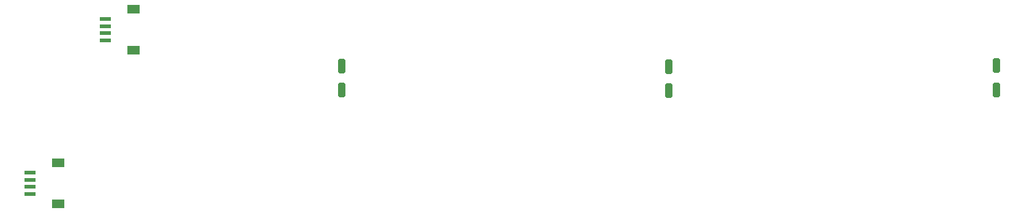
<source format=gbr>
%TF.GenerationSoftware,KiCad,Pcbnew,8.0.9*%
%TF.CreationDate,2025-09-12T11:02:19+02:00*%
%TF.ProjectId,iot_weatherstation_full_vcut,696f745f-7765-4617-9468-657273746174,rev?*%
%TF.SameCoordinates,Original*%
%TF.FileFunction,Paste,Top*%
%TF.FilePolarity,Positive*%
%FSLAX46Y46*%
G04 Gerber Fmt 4.6, Leading zero omitted, Abs format (unit mm)*
G04 Created by KiCad (PCBNEW 8.0.9) date 2025-09-12 11:02:19*
%MOMM*%
%LPD*%
G01*
G04 APERTURE LIST*
G04 Aperture macros list*
%AMRoundRect*
0 Rectangle with rounded corners*
0 $1 Rounding radius*
0 $2 $3 $4 $5 $6 $7 $8 $9 X,Y pos of 4 corners*
0 Add a 4 corners polygon primitive as box body*
4,1,4,$2,$3,$4,$5,$6,$7,$8,$9,$2,$3,0*
0 Add four circle primitives for the rounded corners*
1,1,$1+$1,$2,$3*
1,1,$1+$1,$4,$5*
1,1,$1+$1,$6,$7*
1,1,$1+$1,$8,$9*
0 Add four rect primitives between the rounded corners*
20,1,$1+$1,$2,$3,$4,$5,0*
20,1,$1+$1,$4,$5,$6,$7,0*
20,1,$1+$1,$6,$7,$8,$9,0*
20,1,$1+$1,$8,$9,$2,$3,0*%
G04 Aperture macros list end*
%ADD10RoundRect,0.250000X0.250000X-0.750000X0.250000X0.750000X-0.250000X0.750000X-0.250000X-0.750000X0*%
%ADD11R,1.550000X0.600000*%
%ADD12R,1.800000X1.200000*%
G04 APERTURE END LIST*
D10*
%TO.C,J10*%
X219813533Y-118407723D03*
%TD*%
%TO.C,J9*%
X174575525Y-118362455D03*
%TD*%
D11*
%TO.C,J6*%
X131507000Y-136049800D03*
X131507000Y-135049800D03*
X131507000Y-134049800D03*
X131507000Y-133049800D03*
D12*
X135382000Y-137349800D03*
X135382000Y-131749800D03*
%TD*%
D10*
%TO.C,J11*%
X265078562Y-118229192D03*
%TD*%
%TO.C,J3*%
X174574200Y-121640600D03*
%TD*%
D11*
%TO.C,J8*%
X141926097Y-114798802D03*
X141926097Y-113798802D03*
X141926097Y-112798802D03*
X141926097Y-111798802D03*
D12*
X145801097Y-116098802D03*
X145801097Y-110498802D03*
%TD*%
D10*
%TO.C,J4*%
X219786200Y-121716800D03*
%TD*%
%TO.C,J7*%
X265099800Y-121666000D03*
%TD*%
M02*

</source>
